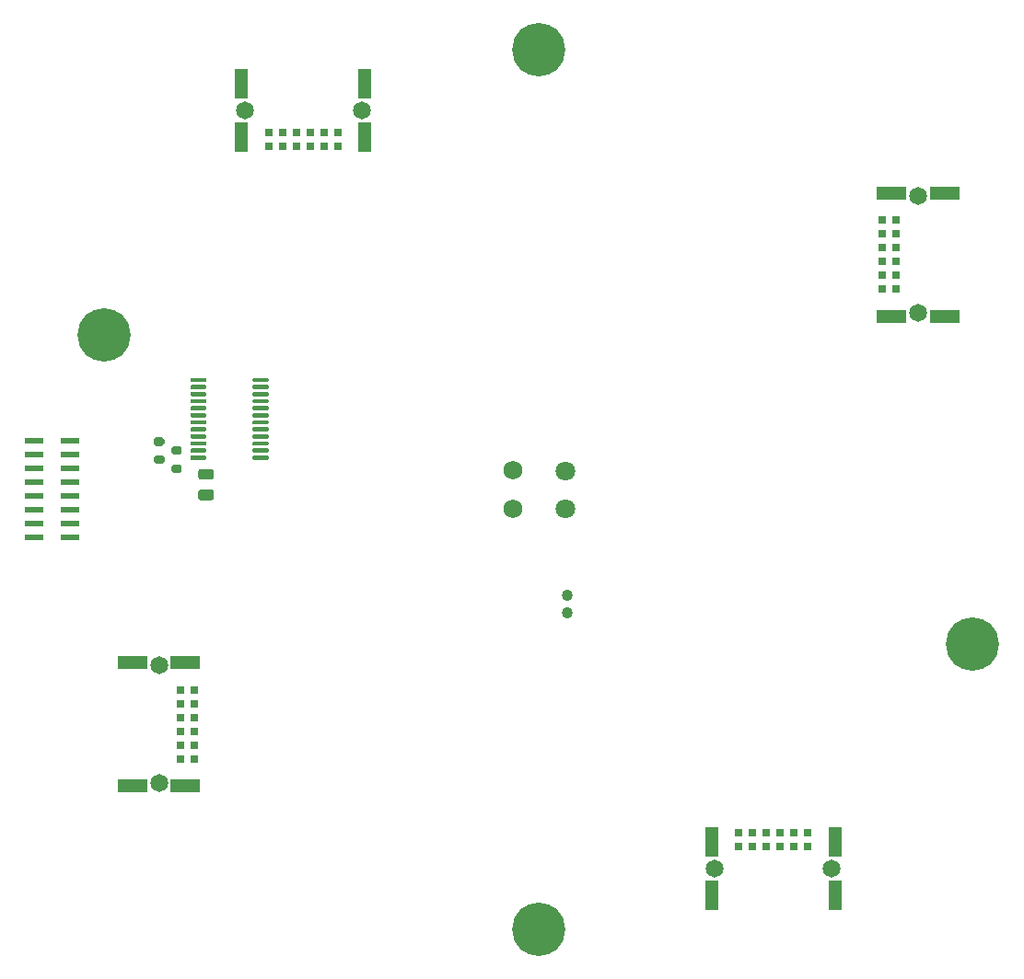
<source format=gbr>
%TF.GenerationSoftware,KiCad,Pcbnew,(5.1.10)-1*%
%TF.CreationDate,2022-11-13T15:12:26-08:00*%
%TF.ProjectId,-ZFace,2d5a4661-6365-42e6-9b69-6361645f7063,1.0*%
%TF.SameCoordinates,Original*%
%TF.FileFunction,Soldermask,Top*%
%TF.FilePolarity,Negative*%
%FSLAX46Y46*%
G04 Gerber Fmt 4.6, Leading zero omitted, Abs format (unit mm)*
G04 Created by KiCad (PCBNEW (5.1.10)-1) date 2022-11-13 15:12:26*
%MOMM*%
%LPD*%
G01*
G04 APERTURE LIST*
%ADD10C,1.750000*%
%ADD11C,1.800000*%
%ADD12C,1.030000*%
%ADD13R,1.800000X0.600000*%
%ADD14C,4.900000*%
%ADD15R,2.700000X1.200000*%
%ADD16C,1.650000*%
%ADD17R,0.800000X0.800000*%
%ADD18R,1.200000X2.700000*%
G04 APERTURE END LIST*
D10*
%TO.C,J8*%
X158200000Y-83750000D03*
X158200000Y-80250000D03*
%TD*%
D11*
%TO.C,J7*%
X163000000Y-83800000D03*
X163000000Y-80300000D03*
%TD*%
D12*
%TO.C,J6*%
X163150000Y-93325000D03*
X163150000Y-91775000D03*
%TD*%
D13*
%TO.C,J1*%
X117450000Y-86445000D03*
X114150000Y-86445000D03*
X117450000Y-85175000D03*
X114150000Y-85175000D03*
X117450000Y-83905000D03*
X114150000Y-83905000D03*
X117450000Y-82635000D03*
X114150000Y-82635000D03*
X117450000Y-81365000D03*
X114150000Y-81365000D03*
X117450000Y-80095000D03*
X114150000Y-80095000D03*
X117450000Y-78825000D03*
X114150000Y-78825000D03*
X117450000Y-77555000D03*
X114150000Y-77555000D03*
%TD*%
D14*
%TO.C,J13*%
X200450000Y-96250000D03*
%TD*%
%TO.C,J12*%
X160500000Y-41550000D03*
%TD*%
%TO.C,J11*%
X120550000Y-67750000D03*
%TD*%
%TO.C,J14*%
X160500000Y-122450000D03*
%TD*%
%TO.C,U3*%
G36*
G01*
X129975000Y-78975000D02*
X129975000Y-79175000D01*
G75*
G02*
X129875000Y-79275000I-100000J0D01*
G01*
X128600000Y-79275000D01*
G75*
G02*
X128500000Y-79175000I0J100000D01*
G01*
X128500000Y-78975000D01*
G75*
G02*
X128600000Y-78875000I100000J0D01*
G01*
X129875000Y-78875000D01*
G75*
G02*
X129975000Y-78975000I0J-100000D01*
G01*
G37*
G36*
G01*
X129975000Y-78325000D02*
X129975000Y-78525000D01*
G75*
G02*
X129875000Y-78625000I-100000J0D01*
G01*
X128600000Y-78625000D01*
G75*
G02*
X128500000Y-78525000I0J100000D01*
G01*
X128500000Y-78325000D01*
G75*
G02*
X128600000Y-78225000I100000J0D01*
G01*
X129875000Y-78225000D01*
G75*
G02*
X129975000Y-78325000I0J-100000D01*
G01*
G37*
G36*
G01*
X129975000Y-77675000D02*
X129975000Y-77875000D01*
G75*
G02*
X129875000Y-77975000I-100000J0D01*
G01*
X128600000Y-77975000D01*
G75*
G02*
X128500000Y-77875000I0J100000D01*
G01*
X128500000Y-77675000D01*
G75*
G02*
X128600000Y-77575000I100000J0D01*
G01*
X129875000Y-77575000D01*
G75*
G02*
X129975000Y-77675000I0J-100000D01*
G01*
G37*
G36*
G01*
X129975000Y-77025000D02*
X129975000Y-77225000D01*
G75*
G02*
X129875000Y-77325000I-100000J0D01*
G01*
X128600000Y-77325000D01*
G75*
G02*
X128500000Y-77225000I0J100000D01*
G01*
X128500000Y-77025000D01*
G75*
G02*
X128600000Y-76925000I100000J0D01*
G01*
X129875000Y-76925000D01*
G75*
G02*
X129975000Y-77025000I0J-100000D01*
G01*
G37*
G36*
G01*
X129975000Y-76375000D02*
X129975000Y-76575000D01*
G75*
G02*
X129875000Y-76675000I-100000J0D01*
G01*
X128600000Y-76675000D01*
G75*
G02*
X128500000Y-76575000I0J100000D01*
G01*
X128500000Y-76375000D01*
G75*
G02*
X128600000Y-76275000I100000J0D01*
G01*
X129875000Y-76275000D01*
G75*
G02*
X129975000Y-76375000I0J-100000D01*
G01*
G37*
G36*
G01*
X129975000Y-75725000D02*
X129975000Y-75925000D01*
G75*
G02*
X129875000Y-76025000I-100000J0D01*
G01*
X128600000Y-76025000D01*
G75*
G02*
X128500000Y-75925000I0J100000D01*
G01*
X128500000Y-75725000D01*
G75*
G02*
X128600000Y-75625000I100000J0D01*
G01*
X129875000Y-75625000D01*
G75*
G02*
X129975000Y-75725000I0J-100000D01*
G01*
G37*
G36*
G01*
X129975000Y-75075000D02*
X129975000Y-75275000D01*
G75*
G02*
X129875000Y-75375000I-100000J0D01*
G01*
X128600000Y-75375000D01*
G75*
G02*
X128500000Y-75275000I0J100000D01*
G01*
X128500000Y-75075000D01*
G75*
G02*
X128600000Y-74975000I100000J0D01*
G01*
X129875000Y-74975000D01*
G75*
G02*
X129975000Y-75075000I0J-100000D01*
G01*
G37*
G36*
G01*
X129975000Y-74425000D02*
X129975000Y-74625000D01*
G75*
G02*
X129875000Y-74725000I-100000J0D01*
G01*
X128600000Y-74725000D01*
G75*
G02*
X128500000Y-74625000I0J100000D01*
G01*
X128500000Y-74425000D01*
G75*
G02*
X128600000Y-74325000I100000J0D01*
G01*
X129875000Y-74325000D01*
G75*
G02*
X129975000Y-74425000I0J-100000D01*
G01*
G37*
G36*
G01*
X129975000Y-73775000D02*
X129975000Y-73975000D01*
G75*
G02*
X129875000Y-74075000I-100000J0D01*
G01*
X128600000Y-74075000D01*
G75*
G02*
X128500000Y-73975000I0J100000D01*
G01*
X128500000Y-73775000D01*
G75*
G02*
X128600000Y-73675000I100000J0D01*
G01*
X129875000Y-73675000D01*
G75*
G02*
X129975000Y-73775000I0J-100000D01*
G01*
G37*
G36*
G01*
X129975000Y-73125000D02*
X129975000Y-73325000D01*
G75*
G02*
X129875000Y-73425000I-100000J0D01*
G01*
X128600000Y-73425000D01*
G75*
G02*
X128500000Y-73325000I0J100000D01*
G01*
X128500000Y-73125000D01*
G75*
G02*
X128600000Y-73025000I100000J0D01*
G01*
X129875000Y-73025000D01*
G75*
G02*
X129975000Y-73125000I0J-100000D01*
G01*
G37*
G36*
G01*
X129975000Y-72475000D02*
X129975000Y-72675000D01*
G75*
G02*
X129875000Y-72775000I-100000J0D01*
G01*
X128600000Y-72775000D01*
G75*
G02*
X128500000Y-72675000I0J100000D01*
G01*
X128500000Y-72475000D01*
G75*
G02*
X128600000Y-72375000I100000J0D01*
G01*
X129875000Y-72375000D01*
G75*
G02*
X129975000Y-72475000I0J-100000D01*
G01*
G37*
G36*
G01*
X129975000Y-71825000D02*
X129975000Y-72025000D01*
G75*
G02*
X129875000Y-72125000I-100000J0D01*
G01*
X128600000Y-72125000D01*
G75*
G02*
X128500000Y-72025000I0J100000D01*
G01*
X128500000Y-71825000D01*
G75*
G02*
X128600000Y-71725000I100000J0D01*
G01*
X129875000Y-71725000D01*
G75*
G02*
X129975000Y-71825000I0J-100000D01*
G01*
G37*
G36*
G01*
X135700000Y-71825000D02*
X135700000Y-72025000D01*
G75*
G02*
X135600000Y-72125000I-100000J0D01*
G01*
X134325000Y-72125000D01*
G75*
G02*
X134225000Y-72025000I0J100000D01*
G01*
X134225000Y-71825000D01*
G75*
G02*
X134325000Y-71725000I100000J0D01*
G01*
X135600000Y-71725000D01*
G75*
G02*
X135700000Y-71825000I0J-100000D01*
G01*
G37*
G36*
G01*
X135700000Y-72475000D02*
X135700000Y-72675000D01*
G75*
G02*
X135600000Y-72775000I-100000J0D01*
G01*
X134325000Y-72775000D01*
G75*
G02*
X134225000Y-72675000I0J100000D01*
G01*
X134225000Y-72475000D01*
G75*
G02*
X134325000Y-72375000I100000J0D01*
G01*
X135600000Y-72375000D01*
G75*
G02*
X135700000Y-72475000I0J-100000D01*
G01*
G37*
G36*
G01*
X135700000Y-73125000D02*
X135700000Y-73325000D01*
G75*
G02*
X135600000Y-73425000I-100000J0D01*
G01*
X134325000Y-73425000D01*
G75*
G02*
X134225000Y-73325000I0J100000D01*
G01*
X134225000Y-73125000D01*
G75*
G02*
X134325000Y-73025000I100000J0D01*
G01*
X135600000Y-73025000D01*
G75*
G02*
X135700000Y-73125000I0J-100000D01*
G01*
G37*
G36*
G01*
X135700000Y-73775000D02*
X135700000Y-73975000D01*
G75*
G02*
X135600000Y-74075000I-100000J0D01*
G01*
X134325000Y-74075000D01*
G75*
G02*
X134225000Y-73975000I0J100000D01*
G01*
X134225000Y-73775000D01*
G75*
G02*
X134325000Y-73675000I100000J0D01*
G01*
X135600000Y-73675000D01*
G75*
G02*
X135700000Y-73775000I0J-100000D01*
G01*
G37*
G36*
G01*
X135700000Y-74425000D02*
X135700000Y-74625000D01*
G75*
G02*
X135600000Y-74725000I-100000J0D01*
G01*
X134325000Y-74725000D01*
G75*
G02*
X134225000Y-74625000I0J100000D01*
G01*
X134225000Y-74425000D01*
G75*
G02*
X134325000Y-74325000I100000J0D01*
G01*
X135600000Y-74325000D01*
G75*
G02*
X135700000Y-74425000I0J-100000D01*
G01*
G37*
G36*
G01*
X135700000Y-75075000D02*
X135700000Y-75275000D01*
G75*
G02*
X135600000Y-75375000I-100000J0D01*
G01*
X134325000Y-75375000D01*
G75*
G02*
X134225000Y-75275000I0J100000D01*
G01*
X134225000Y-75075000D01*
G75*
G02*
X134325000Y-74975000I100000J0D01*
G01*
X135600000Y-74975000D01*
G75*
G02*
X135700000Y-75075000I0J-100000D01*
G01*
G37*
G36*
G01*
X135700000Y-75725000D02*
X135700000Y-75925000D01*
G75*
G02*
X135600000Y-76025000I-100000J0D01*
G01*
X134325000Y-76025000D01*
G75*
G02*
X134225000Y-75925000I0J100000D01*
G01*
X134225000Y-75725000D01*
G75*
G02*
X134325000Y-75625000I100000J0D01*
G01*
X135600000Y-75625000D01*
G75*
G02*
X135700000Y-75725000I0J-100000D01*
G01*
G37*
G36*
G01*
X135700000Y-76375000D02*
X135700000Y-76575000D01*
G75*
G02*
X135600000Y-76675000I-100000J0D01*
G01*
X134325000Y-76675000D01*
G75*
G02*
X134225000Y-76575000I0J100000D01*
G01*
X134225000Y-76375000D01*
G75*
G02*
X134325000Y-76275000I100000J0D01*
G01*
X135600000Y-76275000D01*
G75*
G02*
X135700000Y-76375000I0J-100000D01*
G01*
G37*
G36*
G01*
X135700000Y-77025000D02*
X135700000Y-77225000D01*
G75*
G02*
X135600000Y-77325000I-100000J0D01*
G01*
X134325000Y-77325000D01*
G75*
G02*
X134225000Y-77225000I0J100000D01*
G01*
X134225000Y-77025000D01*
G75*
G02*
X134325000Y-76925000I100000J0D01*
G01*
X135600000Y-76925000D01*
G75*
G02*
X135700000Y-77025000I0J-100000D01*
G01*
G37*
G36*
G01*
X135700000Y-77675000D02*
X135700000Y-77875000D01*
G75*
G02*
X135600000Y-77975000I-100000J0D01*
G01*
X134325000Y-77975000D01*
G75*
G02*
X134225000Y-77875000I0J100000D01*
G01*
X134225000Y-77675000D01*
G75*
G02*
X134325000Y-77575000I100000J0D01*
G01*
X135600000Y-77575000D01*
G75*
G02*
X135700000Y-77675000I0J-100000D01*
G01*
G37*
G36*
G01*
X135700000Y-78325000D02*
X135700000Y-78525000D01*
G75*
G02*
X135600000Y-78625000I-100000J0D01*
G01*
X134325000Y-78625000D01*
G75*
G02*
X134225000Y-78525000I0J100000D01*
G01*
X134225000Y-78325000D01*
G75*
G02*
X134325000Y-78225000I100000J0D01*
G01*
X135600000Y-78225000D01*
G75*
G02*
X135700000Y-78325000I0J-100000D01*
G01*
G37*
G36*
G01*
X135700000Y-78975000D02*
X135700000Y-79175000D01*
G75*
G02*
X135600000Y-79275000I-100000J0D01*
G01*
X134325000Y-79275000D01*
G75*
G02*
X134225000Y-79175000I0J100000D01*
G01*
X134225000Y-78975000D01*
G75*
G02*
X134325000Y-78875000I100000J0D01*
G01*
X135600000Y-78875000D01*
G75*
G02*
X135700000Y-78975000I0J-100000D01*
G01*
G37*
%TD*%
%TO.C,R2*%
G36*
G01*
X127525000Y-78825000D02*
X126975000Y-78825000D01*
G75*
G02*
X126775000Y-78625000I0J200000D01*
G01*
X126775000Y-78225000D01*
G75*
G02*
X126975000Y-78025000I200000J0D01*
G01*
X127525000Y-78025000D01*
G75*
G02*
X127725000Y-78225000I0J-200000D01*
G01*
X127725000Y-78625000D01*
G75*
G02*
X127525000Y-78825000I-200000J0D01*
G01*
G37*
G36*
G01*
X127525000Y-80475000D02*
X126975000Y-80475000D01*
G75*
G02*
X126775000Y-80275000I0J200000D01*
G01*
X126775000Y-79875000D01*
G75*
G02*
X126975000Y-79675000I200000J0D01*
G01*
X127525000Y-79675000D01*
G75*
G02*
X127725000Y-79875000I0J-200000D01*
G01*
X127725000Y-80275000D01*
G75*
G02*
X127525000Y-80475000I-200000J0D01*
G01*
G37*
%TD*%
%TO.C,R1*%
G36*
G01*
X125925000Y-78000000D02*
X125375000Y-78000000D01*
G75*
G02*
X125175000Y-77800000I0J200000D01*
G01*
X125175000Y-77400000D01*
G75*
G02*
X125375000Y-77200000I200000J0D01*
G01*
X125925000Y-77200000D01*
G75*
G02*
X126125000Y-77400000I0J-200000D01*
G01*
X126125000Y-77800000D01*
G75*
G02*
X125925000Y-78000000I-200000J0D01*
G01*
G37*
G36*
G01*
X125925000Y-79650000D02*
X125375000Y-79650000D01*
G75*
G02*
X125175000Y-79450000I0J200000D01*
G01*
X125175000Y-79050000D01*
G75*
G02*
X125375000Y-78850000I200000J0D01*
G01*
X125925000Y-78850000D01*
G75*
G02*
X126125000Y-79050000I0J-200000D01*
G01*
X126125000Y-79450000D01*
G75*
G02*
X125925000Y-79650000I-200000J0D01*
G01*
G37*
%TD*%
D15*
%TO.C,J5*%
X128065000Y-97930000D03*
X123165000Y-109270000D03*
X123165000Y-97930000D03*
X128065000Y-109270000D03*
D16*
X125615000Y-108985000D03*
X125615000Y-98215000D03*
D17*
X128885000Y-105505000D03*
X127615000Y-105505000D03*
X128885000Y-100425000D03*
X128885000Y-106775000D03*
X127615000Y-106775000D03*
X128885000Y-102965000D03*
X128885000Y-104235000D03*
X127615000Y-102965000D03*
X127615000Y-104235000D03*
X128885000Y-101695000D03*
X127615000Y-100425000D03*
X127615000Y-101695000D03*
%TD*%
D18*
%TO.C,J4*%
X144570000Y-49565000D03*
X133230000Y-44665000D03*
X144570000Y-44665000D03*
X133230000Y-49565000D03*
D16*
X133515000Y-47115000D03*
X144285000Y-47115000D03*
D17*
X136995000Y-50385000D03*
X136995000Y-49115000D03*
X142075000Y-50385000D03*
X135725000Y-50385000D03*
X135725000Y-49115000D03*
X139535000Y-50385000D03*
X138265000Y-50385000D03*
X139535000Y-49115000D03*
X138265000Y-49115000D03*
X140805000Y-50385000D03*
X142075000Y-49115000D03*
X140805000Y-49115000D03*
%TD*%
D15*
%TO.C,J3*%
X192935000Y-66070000D03*
X197835000Y-54730000D03*
X197835000Y-66070000D03*
X192935000Y-54730000D03*
D16*
X195385000Y-55015000D03*
X195385000Y-65785000D03*
D17*
X192115000Y-58495000D03*
X193385000Y-58495000D03*
X192115000Y-63575000D03*
X192115000Y-57225000D03*
X193385000Y-57225000D03*
X192115000Y-61035000D03*
X192115000Y-59765000D03*
X193385000Y-61035000D03*
X193385000Y-59765000D03*
X192115000Y-62305000D03*
X193385000Y-63575000D03*
X193385000Y-62305000D03*
%TD*%
D18*
%TO.C,J2*%
X176430000Y-114420000D03*
X187770000Y-119320000D03*
X176430000Y-119320000D03*
X187770000Y-114420000D03*
D16*
X187485000Y-116870000D03*
X176715000Y-116870000D03*
D17*
X184005000Y-113600000D03*
X184005000Y-114870000D03*
X178925000Y-113600000D03*
X185275000Y-113600000D03*
X185275000Y-114870000D03*
X181465000Y-113600000D03*
X182735000Y-113600000D03*
X181465000Y-114870000D03*
X182735000Y-114870000D03*
X180195000Y-113600000D03*
X178925000Y-114870000D03*
X180195000Y-114870000D03*
%TD*%
%TO.C,C4*%
G36*
G01*
X129475000Y-82000000D02*
X130425000Y-82000000D01*
G75*
G02*
X130675000Y-82250000I0J-250000D01*
G01*
X130675000Y-82750000D01*
G75*
G02*
X130425000Y-83000000I-250000J0D01*
G01*
X129475000Y-83000000D01*
G75*
G02*
X129225000Y-82750000I0J250000D01*
G01*
X129225000Y-82250000D01*
G75*
G02*
X129475000Y-82000000I250000J0D01*
G01*
G37*
G36*
G01*
X129475000Y-80100000D02*
X130425000Y-80100000D01*
G75*
G02*
X130675000Y-80350000I0J-250000D01*
G01*
X130675000Y-80850000D01*
G75*
G02*
X130425000Y-81100000I-250000J0D01*
G01*
X129475000Y-81100000D01*
G75*
G02*
X129225000Y-80850000I0J250000D01*
G01*
X129225000Y-80350000D01*
G75*
G02*
X129475000Y-80100000I250000J0D01*
G01*
G37*
%TD*%
M02*

</source>
